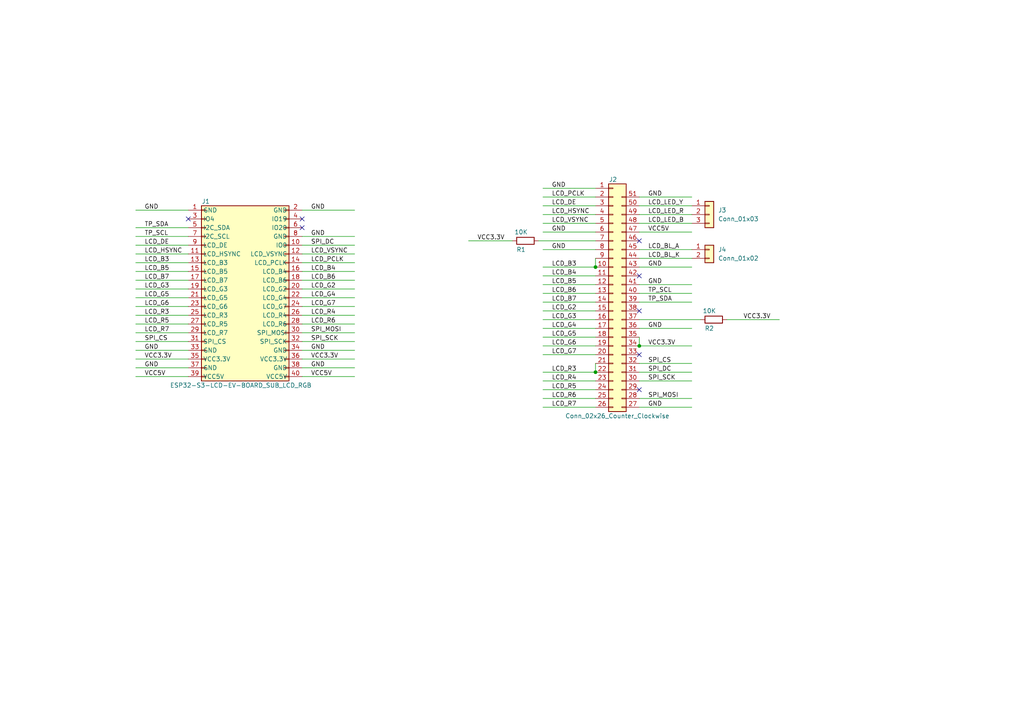
<source format=kicad_sch>
(kicad_sch (version 20211123) (generator eeschema)
  (paper "A4")
  (lib_symbols
    (symbol "Conn_02x26_Counter_Clockwise_1" (pin_names (offset 1.016) hide)
      (property "Reference" "J?" (at 1.27 36.83 0))
      (property "Value" "Conn_02x26_Counter_Clockwise" (at 1.27 34.29 0))
      (symbol "Conn_02x26_Counter_Clockwise_1_1_1"
        (rectangle (start -1.27 -32.893) (end 0 -33.147) (stroke (width 0.1524)))
        (rectangle (start -1.27 -30.353) (end 0 -30.607) (stroke (width 0.1524)))
        (rectangle (start -1.27 -27.813) (end 0 -28.067) (stroke (width 0.1524)))
        (rectangle (start -1.27 -25.273) (end 0 -25.527) (stroke (width 0.1524)))
        (rectangle (start -1.27 -22.733) (end 0 -22.987) (stroke (width 0.1524)))
        (rectangle (start -1.27 -20.193) (end 0 -20.447) (stroke (width 0.1524)))
        (rectangle (start -1.27 -17.653) (end 0 -17.907) (stroke (width 0.1524)))
        (rectangle (start -1.27 -15.113) (end 0 -15.367) (stroke (width 0.1524)))
        (rectangle (start -1.27 -12.573) (end 0 -12.827) (stroke (width 0.1524)))
        (rectangle (start -1.27 -10.033) (end 0 -10.287) (stroke (width 0.1524)))
        (rectangle (start -1.27 -7.493) (end 0 -7.747) (stroke (width 0.1524)))
        (rectangle (start -1.27 -4.953) (end 0 -5.207) (stroke (width 0.1524)))
        (rectangle (start -1.27 -2.413) (end 0 -2.667) (stroke (width 0.1524)))
        (rectangle (start -1.27 0.127) (end 0 -0.127) (stroke (width 0.1524)))
        (rectangle (start -1.27 2.667) (end 0 2.413) (stroke (width 0.1524)))
        (rectangle (start -1.27 5.207) (end 0 4.953) (stroke (width 0.1524)))
        (rectangle (start -1.27 7.747) (end 0 7.493) (stroke (width 0.1524)))
        (rectangle (start -1.27 10.287) (end 0 10.033) (stroke (width 0.1524)))
        (rectangle (start -1.27 12.827) (end 0 12.573) (stroke (width 0.1524)))
        (rectangle (start -1.27 15.367) (end 0 15.113) (stroke (width 0.1524)))
        (rectangle (start -1.27 17.907) (end 0 17.653) (stroke (width 0.1524)))
        (rectangle (start -1.27 20.447) (end 0 20.193) (stroke (width 0.1524)))
        (rectangle (start -1.27 22.987) (end 0 22.733) (stroke (width 0.1524)))
        (rectangle (start -1.27 25.527) (end 0 25.273) (stroke (width 0.1524)))
        (rectangle (start -1.27 28.067) (end 0 27.813) (stroke (width 0.1524)))
        (rectangle (start -1.27 30.607) (end 0 30.353) (stroke (width 0.1524)))
        (rectangle (start -1.27 31.75) (end 3.81 -34.29) (stroke (width 0.254)) (fill (type background)))
        (rectangle (start 3.81 -32.893) (end 2.54 -33.147) (stroke (width 0.1524)))
        (rectangle (start 3.81 -30.353) (end 2.54 -30.607) (stroke (width 0.1524)))
        (rectangle (start 3.81 -27.813) (end 2.54 -28.067) (stroke (width 0.1524)))
        (rectangle (start 3.81 -25.273) (end 2.54 -25.527) (stroke (width 0.1524)))
        (rectangle (start 3.81 -22.733) (end 2.54 -22.987) (stroke (width 0.1524)))
        (rectangle (start 3.81 -20.193) (end 2.54 -20.447) (stroke (width 0.1524)))
        (rectangle (start 3.81 -17.653) (end 2.54 -17.907) (stroke (width 0.1524)))
        (rectangle (start 3.81 -15.113) (end 2.54 -15.367) (stroke (width 0.1524)))
        (rectangle (start 3.81 -12.573) (end 2.54 -12.827) (stroke (width 0.1524)))
        (rectangle (start 3.81 -10.033) (end 2.54 -10.287) (stroke (width 0.1524)))
        (rectangle (start 3.81 -7.493) (end 2.54 -7.747) (stroke (width 0.1524)))
        (rectangle (start 3.81 -4.953) (end 2.54 -5.207) (stroke (width 0.1524)))
        (rectangle (start 3.81 -2.413) (end 2.54 -2.667) (stroke (width 0.1524)))
        (rectangle (start 3.81 0.127) (end 2.54 -0.127) (stroke (width 0.1524)))
        (rectangle (start 3.81 2.667) (end 2.54 2.413) (stroke (width 0.1524)))
        (rectangle (start 3.81 5.207) (end 2.54 4.953) (stroke (width 0.1524)))
        (rectangle (start 3.81 7.747) (end 2.54 7.493) (stroke (width 0.1524)))
        (rectangle (start 3.81 10.287) (end 2.54 10.033) (stroke (width 0.1524)))
        (rectangle (start 3.81 12.827) (end 2.54 12.573) (stroke (width 0.1524)))
        (rectangle (start 3.81 15.367) (end 2.54 15.113) (stroke (width 0.1524)))
        (rectangle (start 3.81 17.907) (end 2.54 17.653) (stroke (width 0.1524)))
        (rectangle (start 3.81 20.447) (end 2.54 20.193) (stroke (width 0.1524)))
        (rectangle (start 3.81 22.987) (end 2.54 22.733) (stroke (width 0.1524)))
        (rectangle (start 3.81 25.527) (end 2.54 25.273) (stroke (width 0.1524)))
        (rectangle (start 3.81 28.067) (end 2.54 27.813) (stroke (width 0.1524)))
        (pin passive line (at -5.08 30.48 0) (length 3.81) (name "Pin_1") (number "1"))
        (pin passive line (at -5.08 7.62 0) (length 3.81) (name "Pin_10") (number "10"))
        (pin passive line (at -5.08 5.08 0) (length 3.81) (name "Pin_11") (number "11"))
        (pin passive line (at -5.08 2.54 0) (length 3.81) (name "Pin_12") (number "12"))
        (pin passive line (at -5.08 0 0) (length 3.81) (name "Pin_13") (number "13"))
        (pin passive line (at -5.08 -2.54 0) (length 3.81) (name "Pin_14") (number "14"))
        (pin passive line (at -5.08 -5.08 0) (length 3.81) (name "Pin_15") (number "15"))
        (pin passive line (at -5.08 -7.62 0) (length 3.81) (name "Pin_16") (number "16"))
        (pin passive line (at -5.08 -10.16 0) (length 3.81) (name "Pin_17") (number "17"))
        (pin passive line (at -5.08 -12.7 0) (length 3.81) (name "Pin_18") (number "18"))
        (pin passive line (at -5.08 -15.24 0) (length 3.81) (name "Pin_19") (number "19"))
        (pin passive line (at -5.08 27.94 0) (length 3.81) (name "Pin_2") (number "2"))
        (pin passive line (at -5.08 -17.78 0) (length 3.81) (name "Pin_20") (number "20"))
        (pin passive line (at -5.08 -20.32 0) (length 3.81) (name "Pin_21") (number "21"))
        (pin passive line (at -5.08 -22.86 0) (length 3.81) (name "Pin_22") (number "22"))
        (pin passive line (at -5.08 -25.4 0) (length 3.81) (name "Pin_23") (number "23"))
        (pin passive line (at -5.08 -27.94 0) (length 3.81) (name "Pin_24") (number "24"))
        (pin passive line (at -5.08 -30.48 0) (length 3.81) (name "Pin_25") (number "25"))
        (pin passive line (at -5.08 -33.02 0) (length 3.81) (name "Pin_26") (number "26"))
        (pin passive line (at 7.62 -33.02 180) (length 3.81) (name "Pin_27") (number "27"))
        (pin passive line (at 7.62 -30.48 180) (length 3.81) (name "Pin_28") (number "28"))
        (pin passive line (at 7.62 -27.94 180) (length 3.81) (name "Pin_29") (number "29"))
        (pin passive line (at -5.08 25.4 0) (length 3.81) (name "Pin_3") (number "3"))
        (pin passive line (at 7.62 -25.4 180) (length 3.81) (name "Pin_30") (number "30"))
        (pin passive line (at 7.62 -22.86 180) (length 3.81) (name "Pin_31") (number "31"))
        (pin passive line (at 7.62 -20.32 180) (length 3.81) (name "Pin_32") (number "32"))
        (pin passive line (at 7.62 -17.78 180) (length 3.81) (name "Pin_33") (number "33"))
        (pin passive line (at 7.62 -15.24 180) (length 3.81) (name "Pin_34") (number "34"))
        (pin passive line (at 7.62 -12.7 180) (length 3.81) (name "Pin_35") (number "35"))
        (pin passive line (at 7.62 -10.16 180) (length 3.81) (name "Pin_36") (number "36"))
        (pin passive line (at 7.62 -7.62 180) (length 3.81) (name "Pin_37") (number "37"))
        (pin passive line (at 7.62 -5.08 180) (length 3.81) (name "Pin_38") (number "38"))
        (pin passive line (at 7.62 -2.54 180) (length 3.81) (name "Pin_39") (number "39"))
        (pin passive line (at -5.08 22.86 0) (length 3.81) (name "Pin_4") (number "4"))
        (pin passive line (at 7.62 0 180) (length 3.81) (name "Pin_40") (number "40"))
        (pin passive line (at 7.62 2.54 180) (length 3.81) (name "Pin_41") (number "41"))
        (pin passive line (at 7.62 5.08 180) (length 3.81) (name "Pin_42") (number "42"))
        (pin passive line (at 7.62 7.62 180) (length 3.81) (name "Pin_43") (number "43"))
        (pin passive line (at 7.62 10.16 180) (length 3.81) (name "Pin_44") (number "44"))
        (pin passive line (at 7.62 12.7 180) (length 3.81) (name "Pin_45") (number "45"))
        (pin passive line (at 7.62 15.24 180) (length 3.81) (name "Pin_46") (number "46"))
        (pin passive line (at 7.62 17.78 180) (length 3.81) (name "Pin_47") (number "47"))
        (pin passive line (at 7.62 20.32 180) (length 3.81) (name "Pin_48") (number "48"))
        (pin passive line (at 7.62 22.86 180) (length 3.81) (name "Pin_49") (number "49"))
        (pin passive line (at -5.08 20.32 0) (length 3.81) (name "Pin_5") (number "5"))
        (pin passive line (at 7.62 25.4 180) (length 3.81) (name "Pin_50") (number "50"))
        (pin passive line (at 7.62 27.94 180) (length 3.81) (name "Pin_51") (number "51"))
        (pin passive line (at -5.08 17.78 0) (length 3.81) (name "Pin_6") (number "6"))
        (pin passive line (at -5.08 15.24 0) (length 3.81) (name "Pin_7") (number "7"))
        (pin passive line (at -5.08 12.7 0) (length 3.81) (name "Pin_8") (number "8"))
        (pin passive line (at -5.08 10.16 0) (length 3.81) (name "Pin_9") (number "9"))
      )
    )
    (symbol "Connector_Generic:Conn_01x02" (pin_names (offset 1.016) hide)
      (property "Reference" "J" (at 0 2.54 0))
      (property "Value" "Conn_01x02" (at 0 -5.08 0))
      (symbol "Conn_01x02_1_1"
        (rectangle (start -1.27 -2.413) (end 0 -2.667) (stroke (width 0.1524)))
        (rectangle (start -1.27 0.127) (end 0 -0.127) (stroke (width 0.1524)))
        (rectangle (start -1.27 1.27) (end 1.27 -3.81) (stroke (width 0.254)) (fill (type background)))
        (pin passive line (at -5.08 0 0) (length 3.81) (name "Pin_1") (number "1"))
        (pin passive line (at -5.08 -2.54 0) (length 3.81) (name "Pin_2") (number "2"))
      )
    )
    (symbol "Connector_Generic:Conn_01x03" (pin_names (offset 1.016) hide)
      (property "Reference" "J" (at 0 5.08 0))
      (property "Value" "Conn_01x03" (at 0 -5.08 0))
      (symbol "Conn_01x03_1_1"
        (rectangle (start -1.27 -2.413) (end 0 -2.667) (stroke (width 0.1524)))
        (rectangle (start -1.27 0.127) (end 0 -0.127) (stroke (width 0.1524)))
        (rectangle (start -1.27 2.667) (end 0 2.413) (stroke (width 0.1524)))
        (rectangle (start -1.27 3.81) (end 1.27 -3.81) (stroke (width 0.254)) (fill (type background)))
        (pin passive line (at -5.08 2.54 0) (length 3.81) (name "Pin_1") (number "1"))
        (pin passive line (at -5.08 0 0) (length 3.81) (name "Pin_2") (number "2"))
        (pin passive line (at -5.08 -2.54 0) (length 3.81) (name "Pin_3") (number "3"))
      )
    )
    (symbol "Connector_Others:ESP32-S3-LCD-EV-BOARD_SUB_LCD_RGB"
      (property "Reference" "J" (at 0 1.27 0))
      (property "Value" "ESP32-S3-LCD-EV-BOARD_SUB_LCD_RGB" (at 15.24 -53.34 0))
      (symbol "ESP32-S3-LCD-EV-BOARD_SUB_LCD_RGB_1_1"
        (rectangle (start 0 -49.403) (end 1.27 -49.657) (stroke (width 0.1524)))
        (rectangle (start 0 -46.863) (end 1.27 -47.117) (stroke (width 0.1524)))
        (rectangle (start 0 -44.323) (end 1.27 -44.577) (stroke (width 0.1524)))
        (rectangle (start 0 -41.783) (end 1.27 -42.037) (stroke (width 0.1524)))
        (rectangle (start 0 -39.243) (end 1.27 -39.497) (stroke (width 0.1524)))
        (rectangle (start 0 -36.703) (end 1.27 -36.957) (stroke (width 0.1524)))
        (rectangle (start 0 -34.163) (end 1.27 -34.417) (stroke (width 0.1524)))
        (rectangle (start 0 -31.623) (end 1.27 -31.877) (stroke (width 0.1524)))
        (rectangle (start 0 -29.083) (end 1.27 -29.337) (stroke (width 0.1524)))
        (rectangle (start 0 -26.543) (end 1.27 -26.797) (stroke (width 0.1524)))
        (rectangle (start 0 -24.003) (end 1.27 -24.257) (stroke (width 0.1524)))
        (rectangle (start 0 -21.463) (end 1.27 -21.717) (stroke (width 0.1524)))
        (rectangle (start 0 -18.923) (end 1.27 -19.177) (stroke (width 0.1524)))
        (rectangle (start 0 -16.383) (end 1.27 -16.637) (stroke (width 0.1524)))
        (rectangle (start 0 -13.843) (end 1.27 -14.097) (stroke (width 0.1524)))
        (rectangle (start 0 -11.303) (end 1.27 -11.557) (stroke (width 0.1524)))
        (rectangle (start 0 -8.763) (end 1.27 -9.017) (stroke (width 0.1524)))
        (rectangle (start 0 -6.223) (end 1.27 -6.477) (stroke (width 0.1524)))
        (rectangle (start 0 -3.683) (end 1.27 -3.937) (stroke (width 0.1524)))
        (rectangle (start 0 -1.143) (end 1.27 -1.397) (stroke (width 0.1524)))
        (rectangle (start 0 0) (end 25.4 -50.8) (stroke (width 0.254)) (fill (type background)))
        (rectangle (start 25.4 -49.403) (end 24.13 -49.657) (stroke (width 0.1524)))
        (rectangle (start 25.4 -46.863) (end 24.13 -47.117) (stroke (width 0.1524)))
        (rectangle (start 25.4 -44.323) (end 24.13 -44.577) (stroke (width 0.1524)))
        (rectangle (start 25.4 -41.783) (end 24.13 -42.037) (stroke (width 0.1524)))
        (rectangle (start 25.4 -39.243) (end 24.13 -39.497) (stroke (width 0.1524)))
        (rectangle (start 25.4 -36.703) (end 24.13 -36.957) (stroke (width 0.1524)))
        (rectangle (start 25.4 -34.163) (end 24.13 -34.417) (stroke (width 0.1524)))
        (rectangle (start 25.4 -31.623) (end 24.13 -31.877) (stroke (width 0.1524)))
        (rectangle (start 25.4 -29.083) (end 24.13 -29.337) (stroke (width 0.1524)))
        (rectangle (start 25.4 -26.543) (end 24.13 -26.797) (stroke (width 0.1524)))
        (rectangle (start 25.4 -24.003) (end 24.13 -24.257) (stroke (width 0.1524)))
        (rectangle (start 25.4 -21.463) (end 24.13 -21.717) (stroke (width 0.1524)))
        (rectangle (start 25.4 -18.923) (end 24.13 -19.177) (stroke (width 0.1524)))
        (rectangle (start 25.4 -16.383) (end 24.13 -16.637) (stroke (width 0.1524)))
        (rectangle (start 25.4 -13.843) (end 24.13 -14.097) (stroke (width 0.1524)))
        (rectangle (start 25.4 -11.303) (end 24.13 -11.557) (stroke (width 0.1524)))
        (rectangle (start 25.4 -8.763) (end 24.13 -9.017) (stroke (width 0.1524)))
        (rectangle (start 25.4 -6.223) (end 24.13 -6.477) (stroke (width 0.1524)))
        (rectangle (start 25.4 -3.683) (end 24.13 -3.937) (stroke (width 0.1524)))
        (rectangle (start 25.4 -1.143) (end 24.13 -1.397) (stroke (width 0.1524)))
        (pin passive line (at -3.81 -1.27 0) (length 3.81) (name "GND") (number "1"))
        (pin passive line (at 29.21 -11.43 180) (length 3.81) (name "IO0") (number "10"))
        (pin passive line (at -3.81 -13.97 0) (length 3.81) (name "LCD_HSYNC") (number "11"))
        (pin passive line (at 29.21 -13.97 180) (length 3.81) (name "LCD_VSYNC") (number "12"))
        (pin passive line (at -3.81 -16.51 0) (length 3.81) (name "LCD_B3") (number "13"))
        (pin passive line (at 29.21 -16.51 180) (length 3.81) (name "LCD_PCLK") (number "14"))
        (pin passive line (at -3.81 -19.05 0) (length 3.81) (name "LCD_B5") (number "15"))
        (pin passive line (at 29.21 -19.05 180) (length 3.81) (name "LCD_B4") (number "16"))
        (pin passive line (at -3.81 -21.59 0) (length 3.81) (name "LCD_B7") (number "17"))
        (pin passive line (at 29.21 -21.59 180) (length 3.81) (name "LCD_B6") (number "18"))
        (pin passive line (at -3.81 -24.13 0) (length 3.81) (name "LCD_G3") (number "19"))
        (pin passive line (at 29.21 -1.27 180) (length 3.81) (name "GND") (number "2"))
        (pin passive line (at 29.21 -24.13 180) (length 3.81) (name "LCD_G2") (number "20"))
        (pin passive line (at -3.81 -26.67 0) (length 3.81) (name "LCD_G5") (number "21"))
        (pin passive line (at 29.21 -26.67 180) (length 3.81) (name "LCD_G4") (number "22"))
        (pin passive line (at -3.81 -29.21 0) (length 3.81) (name "LCD_G6") (number "23"))
        (pin passive line (at 29.21 -29.21 180) (length 3.81) (name "LCD_G7") (number "24"))
        (pin passive line (at -3.81 -31.75 0) (length 3.81) (name "LCD_R3") (number "25"))
        (pin passive line (at 29.21 -31.75 180) (length 3.81) (name "LCD_R4") (number "26"))
        (pin passive line (at -3.81 -34.29 0) (length 3.81) (name "LCD_R5") (number "27"))
        (pin passive line (at 29.21 -34.29 180) (length 3.81) (name "LCD_R6") (number "28"))
        (pin passive line (at -3.81 -36.83 0) (length 3.81) (name "LCD_R7") (number "29"))
        (pin passive line (at -3.81 -3.81 0) (length 3.81) (name "IO4") (number "3"))
        (pin passive line (at 29.21 -36.83 180) (length 3.81) (name "SPI_MOSI") (number "30"))
        (pin passive line (at -3.81 -39.37 0) (length 3.81) (name "SPI_CS") (number "31"))
        (pin passive line (at 29.21 -39.37 180) (length 3.81) (name "SPI_SCK") (number "32"))
        (pin passive line (at -3.81 -41.91 0) (length 3.81) (name "GND") (number "33"))
        (pin passive line (at 29.21 -41.91 180) (length 3.81) (name "GND") (number "34"))
        (pin passive line (at -3.81 -44.45 0) (length 3.81) (name "VCC3.3V") (number "35"))
        (pin passive line (at 29.21 -44.45 180) (length 3.81) (name "VCC3.3V") (number "36"))
        (pin passive line (at -3.81 -46.99 0) (length 3.81) (name "GND") (number "37"))
        (pin passive line (at 29.21 -46.99 180) (length 3.81) (name "GND") (number "38"))
        (pin passive line (at -3.81 -49.53 0) (length 3.81) (name "VCC5V") (number "39"))
        (pin passive line (at 29.21 -3.81 180) (length 3.81) (name "IO19") (number "4"))
        (pin passive line (at 29.21 -49.53 180) (length 3.81) (name "VCC5V") (number "40"))
        (pin passive line (at -3.81 -6.35 0) (length 3.81) (name "I2C_SDA") (number "5"))
        (pin passive line (at 29.21 -6.35 180) (length 3.81) (name "IO20") (number "6"))
        (pin passive line (at -3.81 -8.89 0) (length 3.81) (name "I2C_SCL") (number "7"))
        (pin passive line (at 29.21 -8.89 180) (length 3.81) (name "GND") (number "8"))
        (pin passive line (at -3.81 -11.43 0) (length 3.81) (name "LCD_DE") (number "9"))
      )
    )
    (symbol "Device:R" (pin_numbers hide) (pin_names (offset 0))
      (property "Reference" "R" (at 2.032 0 90))
      (property "Value" "R" (at 0 0 90))
      (symbol "R_0_1"
        (rectangle (start -1.016 -2.54) (end 1.016 2.54) (stroke (width 0.254)))
      )
      (symbol "R_1_1"
        (pin passive line (at 0 3.81 270) (length 1.27) (name "~") (number "1"))
        (pin passive line (at 0 -3.81 90) (length 1.27) (name "~") (number "2"))
      )
    )
  )
  (junction (at 172.72 107.95))
  (junction (at 185.42 100.33))
  (junction (at 172.72 77.47))
  (no_connect (at 87.63 63.5))
  (no_connect (at 185.42 80.01))
  (no_connect (at 185.42 69.85))
  (no_connect (at 185.42 113.03))
  (no_connect (at 185.42 90.17))
  (no_connect (at 185.42 102.87))
  (no_connect (at 87.63 66.04))
  (no_connect (at 54.61 63.5))
  (wire (pts (xy 157.48 85.09) (xy 172.72 85.09)))
  (wire (pts (xy 203.2 92.71) (xy 185.42 92.71)))
  (wire (pts (xy 87.63 81.28) (xy 102.87 81.28)))
  (wire (pts (xy 157.48 72.39) (xy 172.72 72.39)))
  (wire (pts (xy 157.48 87.63) (xy 172.72 87.63)))
  (wire (pts (xy 39.37 96.52) (xy 54.61 96.52)))
  (wire (pts (xy 157.48 110.49) (xy 172.72 110.49)))
  (wire (pts (xy 87.63 101.6) (xy 102.87 101.6)))
  (wire (pts (xy 87.63 68.58) (xy 102.87 68.58)))
  (wire (pts (xy 185.42 110.49) (xy 200.66 110.49)))
  (wire (pts (xy 185.42 85.09) (xy 200.66 85.09)))
  (wire (pts (xy 87.63 78.74) (xy 102.87 78.74)))
  (wire (pts (xy 185.42 74.93) (xy 200.66 74.93)))
  (wire (pts (xy 185.42 82.55) (xy 200.66 82.55)))
  (wire (pts (xy 39.37 81.28) (xy 54.61 81.28)))
  (wire (pts (xy 185.42 62.23) (xy 200.66 62.23)))
  (wire (pts (xy 157.48 118.11) (xy 172.72 118.11)))
  (wire (pts (xy 39.37 83.82) (xy 54.61 83.82)))
  (wire (pts (xy 157.48 82.55) (xy 172.72 82.55)))
  (wire (pts (xy 87.63 76.2) (xy 102.87 76.2)))
  (wire (pts (xy 185.42 97.79) (xy 185.42 100.33)))
  (wire (pts (xy 185.42 67.31) (xy 200.66 67.31)))
  (wire (pts (xy 185.42 57.15) (xy 200.66 57.15)))
  (wire (pts (xy 39.37 68.58) (xy 54.61 68.58)))
  (wire (pts (xy 185.42 105.41) (xy 200.66 105.41)))
  (wire (pts (xy 39.37 99.06) (xy 54.61 99.06)))
  (wire (pts (xy 185.42 64.77) (xy 200.66 64.77)))
  (wire (pts (xy 39.37 93.98) (xy 54.61 93.98)))
  (wire (pts (xy 39.37 66.04) (xy 54.61 66.04)))
  (wire (pts (xy 157.48 97.79) (xy 172.72 97.79)))
  (wire (pts (xy 157.48 62.23) (xy 172.72 62.23)))
  (wire (pts (xy 185.42 72.39) (xy 200.66 72.39)))
  (wire (pts (xy 172.72 105.41) (xy 172.72 107.95)))
  (wire (pts (xy 39.37 86.36) (xy 54.61 86.36)))
  (wire (pts (xy 87.63 71.12) (xy 102.87 71.12)))
  (wire (pts (xy 157.48 92.71) (xy 172.72 92.71)))
  (wire (pts (xy 185.42 59.69) (xy 200.66 59.69)))
  (wire (pts (xy 39.37 91.44) (xy 54.61 91.44)))
  (wire (pts (xy 157.48 54.61) (xy 172.72 54.61)))
  (wire (pts (xy 87.63 99.06) (xy 102.87 99.06)))
  (wire (pts (xy 185.42 118.11) (xy 200.66 118.11)))
  (wire (pts (xy 185.42 77.47) (xy 200.66 77.47)))
  (wire (pts (xy 185.42 115.57) (xy 200.66 115.57)))
  (wire (pts (xy 157.48 90.17) (xy 172.72 90.17)))
  (wire (pts (xy 87.63 91.44) (xy 102.87 91.44)))
  (wire (pts (xy 157.48 64.77) (xy 172.72 64.77)))
  (wire (pts (xy 39.37 104.14) (xy 54.61 104.14)))
  (wire (pts (xy 210.82 92.71) (xy 226.06 92.71)))
  (wire (pts (xy 87.63 96.52) (xy 102.87 96.52)))
  (wire (pts (xy 39.37 78.74) (xy 54.61 78.74)))
  (wire (pts (xy 185.42 95.25) (xy 200.66 95.25)))
  (wire (pts (xy 87.63 83.82) (xy 102.87 83.82)))
  (wire (pts (xy 157.48 80.01) (xy 172.72 80.01)))
  (wire (pts (xy 87.63 109.22) (xy 102.87 109.22)))
  (wire (pts (xy 87.63 86.36) (xy 102.87 86.36)))
  (wire (pts (xy 172.72 74.93) (xy 172.72 77.47)))
  (wire (pts (xy 157.48 100.33) (xy 172.72 100.33)))
  (wire (pts (xy 157.48 102.87) (xy 172.72 102.87)))
  (wire (pts (xy 87.63 73.66) (xy 102.87 73.66)))
  (wire (pts (xy 157.48 107.95) (xy 172.72 107.95)))
  (wire (pts (xy 87.63 60.96) (xy 102.87 60.96)))
  (wire (pts (xy 39.37 106.68) (xy 54.61 106.68)))
  (wire (pts (xy 157.48 67.31) (xy 172.72 67.31)))
  (wire (pts (xy 157.48 115.57) (xy 172.72 115.57)))
  (wire (pts (xy 39.37 109.22) (xy 54.61 109.22)))
  (wire (pts (xy 157.48 59.69) (xy 172.72 59.69)))
  (wire (pts (xy 87.63 104.14) (xy 102.87 104.14)))
  (wire (pts (xy 87.63 88.9) (xy 102.87 88.9)))
  (wire (pts (xy 87.63 106.68) (xy 102.87 106.68)))
  (wire (pts (xy 39.37 73.66) (xy 54.61 73.66)))
  (wire (pts (xy 156.21 69.85) (xy 172.72 69.85)))
  (wire (pts (xy 39.37 88.9) (xy 54.61 88.9)))
  (wire (pts (xy 157.48 95.25) (xy 172.72 95.25)))
  (wire (pts (xy 39.37 71.12) (xy 54.61 71.12)))
  (wire (pts (xy 39.37 101.6) (xy 54.61 101.6)))
  (wire (pts (xy 157.48 77.47) (xy 172.72 77.47)))
  (wire (pts (xy 87.63 93.98) (xy 102.87 93.98)))
  (wire (pts (xy 185.42 100.33) (xy 200.66 100.33)))
  (wire (pts (xy 157.48 113.03) (xy 172.72 113.03)))
  (wire (pts (xy 135.89 69.85) (xy 148.59 69.85)))
  (wire (pts (xy 185.42 87.63) (xy 200.66 87.63)))
  (wire (pts (xy 39.37 76.2) (xy 54.61 76.2)))
  (wire (pts (xy 185.42 107.95) (xy 200.66 107.95)))
  (wire (pts (xy 39.37 60.96) (xy 54.61 60.96)))
  (wire (pts (xy 157.48 57.15) (xy 172.72 57.15)))
  (label "LCD_G5" (at 160.02 97.79 0))
  (label "LCD_R7" (at 160.02 118.11 0))
  (label "LCD_R4" (at 90.17 91.44 0))
  (label "TP_SCL" (at 187.96 85.09 0))
  (label "VCC3.3V" (at 138.43 69.85 0))
  (label "LCD_R7" (at 41.91 96.52 0))
  (label "SPI_CS" (at 187.96 105.41 0))
  (label "VCC5V" (at 90.17 109.22 0))
  (label "LCD_B3" (at 160.02 77.47 0))
  (label "LCD_B5" (at 160.02 82.55 0))
  (label "LCD_G3" (at 160.02 92.71 0))
  (label "SPI_MOSI" (at 90.17 96.52 0))
  (label "LCD_G7" (at 90.17 88.9 0))
  (label "LCD_B7" (at 41.91 81.28 0))
  (label "LCD_B6" (at 90.17 81.28 0))
  (label "LCD_G6" (at 160.02 100.33 0))
  (label "LCD_B6" (at 160.02 85.09 0))
  (label "LCD_HSYNC" (at 41.91 73.66 0))
  (label "GND" (at 160.02 72.39 0))
  (label "LCD_HSYNC" (at 160.02 62.23 0))
  (label "LCD_G4" (at 160.02 95.25 0))
  (label "SPI_DC" (at 187.96 107.95 0))
  (label "TP_SDA" (at 41.91 66.04 0))
  (label "LCD_G7" (at 160.02 102.87 0))
  (label "VCC5V" (at 187.96 67.31 0))
  (label "LCD_R3" (at 41.91 91.44 0))
  (label "SPI_MOSI" (at 187.96 115.57 0))
  (label "LCD_R5" (at 41.91 93.98 0))
  (label "GND" (at 187.96 95.25 0))
  (label "GND" (at 187.96 77.47 0))
  (label "LCD_R3" (at 160.02 107.95 0))
  (label "LCD_G2" (at 90.17 83.82 0))
  (label "LCD_G6" (at 41.91 88.9 0))
  (label "SPI_SCK" (at 90.17 99.06 0))
  (label "LCD_PCLK" (at 90.17 76.2 0))
  (label "SPI_DC" (at 90.17 71.12 0))
  (label "LCD_DE" (at 160.02 59.69 0))
  (label "VCC3.3V" (at 90.17 104.14 0))
  (label "LCD_G3" (at 41.91 83.82 0))
  (label "LCD_G2" (at 160.02 90.17 0))
  (label "LCD_VSYNC" (at 90.17 73.66 0))
  (label "GND" (at 187.96 57.15 0))
  (label "LCD_G4" (at 90.17 86.36 0))
  (label "LCD_B4" (at 90.17 78.74 0))
  (label "VCC3.3V" (at 187.96 100.33 0))
  (label "TP_SCL" (at 41.91 68.58 0))
  (label "GND" (at 90.17 68.58 0))
  (label "VCC5V" (at 41.91 109.22 0))
  (label "LCD_DE" (at 41.91 71.12 0))
  (label "LCD_PCLK" (at 160.02 57.15 0))
  (label "LCD_VSYNC" (at 160.02 64.77 0))
  (label "GND" (at 90.17 106.68 0))
  (label "SPI_CS" (at 41.91 99.06 0))
  (label "VCC3.3V" (at 223.52 92.71 180))
  (label "GND" (at 90.17 60.96 0))
  (label "LCD_B7" (at 160.02 87.63 0))
  (label "LCD_LED_R" (at 187.96 62.23 0))
  (label "VCC3.3V" (at 41.91 104.14 0))
  (label "GND" (at 41.91 106.68 0))
  (label "GND" (at 187.96 118.11 0))
  (label "LCD_R5" (at 160.02 113.03 0))
  (label "TP_SDA" (at 187.96 87.63 0))
  (label "GND" (at 41.91 101.6 0))
  (label "GND" (at 160.02 67.31 0))
  (label "LCD_BL_K" (at 187.96 74.93 0))
  (label "LCD_LED_Y" (at 187.96 59.69 0))
  (label "LCD_R6" (at 160.02 115.57 0))
  (label "GND" (at 41.91 60.96 0))
  (label "GND" (at 90.17 101.6 0))
  (label "SPI_SCK" (at 187.96 110.49 0))
  (label "LCD_B5" (at 41.91 78.74 0))
  (label "LCD_LED_B" (at 187.96 64.77 0))
  (label "LCD_B3" (at 41.91 76.2 0))
  (label "GND" (at 187.96 82.55 0))
  (label "GND" (at 160.02 54.61 0))
  (label "LCD_R4" (at 160.02 110.49 0))
  (label "LCD_R6" (at 90.17 93.98 0))
  (label "LCD_G5" (at 41.91 86.36 0))
  (label "LCD_B4" (at 160.02 80.01 0))
  (label "LCD_BL_A" (at 187.96 72.39 0))
  (symbol (lib_id "Connector_Others:ESP32-S3-LCD-EV-BOARD_SUB_LCD_RGB") (at 58.42 59.69 0) (unit 1)
    (property "Reference" "J1" (at 59.69 58.42 0))
    (property "Value" "ESP32-S3-LCD-EV-BOARD_SUB_LCD_RGB" (at 69.85 111.76 0))
    (property "Footprint" "Connector_PinSocket_2.54mm:PinSocket_2x20_P2.54mm_Vertical" (effects hide))
  )
  (symbol (lib_id "Device:R") (at 152.4 69.85 270) (unit 1)
    (property "Reference" "R1" (at 151.13 72.39 90))
    (property "Value" "10K" (at 151.13 67.31 90))
    (property "Footprint" "Resistor_SMD:R_0603_1608Metric" (effects hide))
  )
  (symbol (lib_id "Connector_Generic:Conn_01x02") (at 205.74 72.39 0) (unit 1)
    (property "Reference" "J4" (at 208.28 72.3899 0) (effects (justify left)))
    (property "Value" "Conn_01x02" (at 208.28 74.9299 0) (effects (justify left)))
    (property "Footprint" "Connector_PinHeader_2.54mm:PinHeader_1x02_P2.54mm_Vertical" (effects hide))
  )
  (symbol (lib_id "Device:R") (at 207.01 92.71 90) (unit 1)
    (property "Reference" "R2" (at 205.74 95.25 90))
    (property "Value" "10K" (at 205.74 90.17 90))
    (property "Footprint" "Resistor_SMD:R_0603_1608Metric" (effects hide))
  )
  (symbol (lib_name "Conn_02x26_Counter_Clockwise_1") (lib_id "Connector_Generic:Conn_02x26_Counter_Clockwise") (at 177.8 85.09 0) (unit 1)
    (property "Reference" "J2" (at 177.8 52.07 0))
    (property "Value" "Conn_02x26_Counter_Clockwise" (at 179.07 120.65 0))
    (property "Footprint" "Connector_FFC-FPC:Molex_502250-5191_2Rows-51Pins-1MP_P0.60mm_Horizontal" (effects hide))
  )
  (symbol (lib_id "Connector_Generic:Conn_01x03") (at 205.74 62.23 0) (unit 1)
    (property "Reference" "J3" (at 208.28 60.9599 0) (effects (justify left)))
    (property "Value" "Conn_01x03" (at 208.28 63.4999 0) (effects (justify left)))
    (property "Footprint" "Connector_PinHeader_2.54mm:PinHeader_1x03_P2.54mm_Vertical" (effects hide))
  )
)
</source>
